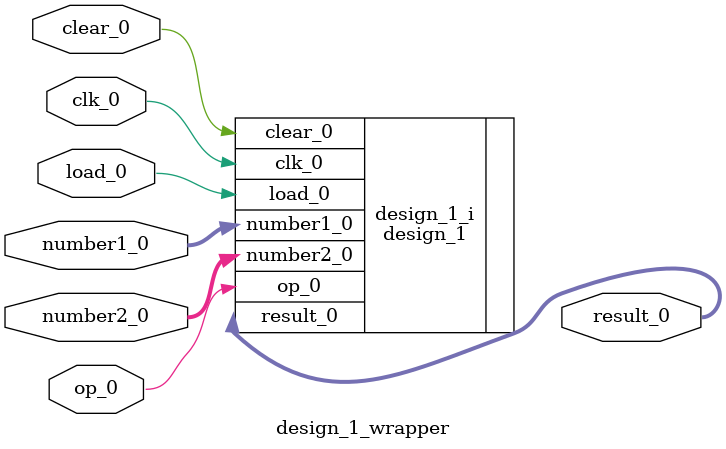
<source format=v>

`timescale 1 ps / 1 ps

module design_1_wrapper
   (clear_0,
    clk_0,
    load_0,
    number1_0,
    number2_0,
    op_0,
    result_0);
  input clear_0;
  input clk_0;
  input load_0;
  input [32:0]number1_0;
  input [32:0]number2_0;
  input op_0;
  output [31:0]result_0;

  wire clear_0;
  wire clk_0;
  wire load_0;
  wire [32:0]number1_0;
  wire [32:0]number2_0;
  wire op_0;
  wire [31:0]result_0;

  design_1 design_1_i
       (.clear_0(clear_0),
        .clk_0(clk_0),
        .load_0(load_0),
        .number1_0(number1_0),
        .number2_0(number2_0),
        .op_0(op_0),
        .result_0(result_0));
endmodule

</source>
